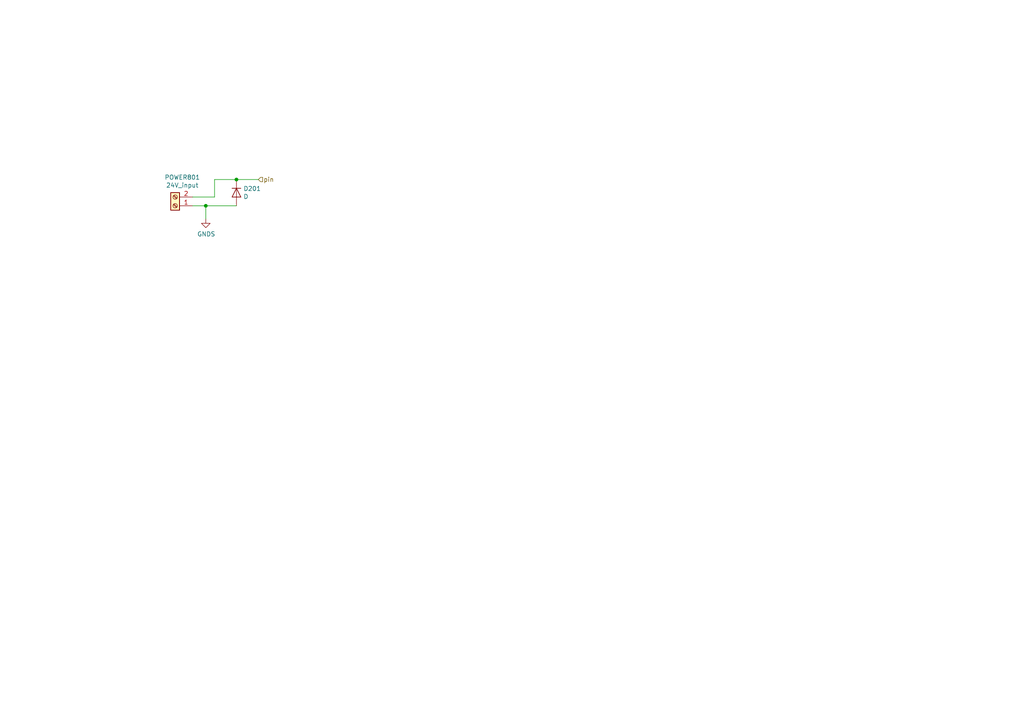
<source format=kicad_sch>
(kicad_sch (version 20210621) (generator eeschema)
  (paper "A4")
  (lib_symbols
    (symbol "Connector:Screw_Terminal_01x02" (pin_names (offset 1.016) hide)
      (property "Reference" "J" (at 0 2.54 0))
      (property "Value" "Screw_Terminal_01x02" (at 0 -5.08 0))
      (symbol "Screw_Terminal_01x02_1_1"
        (rectangle (start -1.27 1.27) (end 1.27 -3.81) (stroke (width 0.254)) (fill (type background)))
        (circle (center 0 -2.54) (radius 0.635) (stroke (width 0.1524)) (stroke (width 0.1524)))
        (polyline (pts (xy -0.5334 -2.2098) (xy 0.3302 -3.048)) (stroke (width 0.1524)))
        (polyline (pts (xy -0.5334 0.3302) (xy 0.3302 -0.508)) (stroke (width 0.1524)))
        (polyline (pts (xy -0.3556 -2.032) (xy 0.508 -2.8702)) (stroke (width 0.1524)))
        (polyline (pts (xy -0.3556 0.508) (xy 0.508 -0.3302)) (stroke (width 0.1524)))
        (circle (center 0 0) (radius 0.635) (stroke (width 0.1524)) (stroke (width 0.1524)))
        (pin passive line (at -5.08 0 0) (length 3.81) (name "Pin_1") (number "1"))
        (pin passive line (at -5.08 -2.54 0) (length 3.81) (name "Pin_2") (number "2"))
      )
    )
    (symbol "Device:D" (pin_numbers hide) (pin_names (offset 1.016) hide)
      (property "Reference" "D" (at 0 2.54 0))
      (property "Value" "D" (at 0 -2.54 0))
      (symbol "D_0_1"
        (polyline (pts (xy -1.27 1.27) (xy -1.27 -1.27)) (stroke (width 0.2032)))
        (polyline (pts (xy 1.27 0) (xy -1.27 0)))
        (polyline (pts (xy 1.27 1.27) (xy 1.27 -1.27) (xy -1.27 0) (xy 1.27 1.27)) (stroke (width 0.2032)))
      )
      (symbol "D_1_1"
        (pin passive line (at -3.81 0 0) (length 2.54) (name "K") (number "1"))
        (pin passive line (at 3.81 0 180) (length 2.54) (name "A") (number "2"))
      )
    )
    (symbol "power:GNDS" (power) (pin_names (offset 0))
      (property "Value" "GNDS" (at 0 -3.81 0))
      (symbol "GNDS_0_1"
        (polyline (pts (xy 0 0) (xy 0 -1.27) (xy 1.27 -1.27) (xy 0 -2.54) (xy -1.27 -1.27) (xy 0 -1.27)))
      )
      (symbol "GNDS_1_1"
        (pin power_in line (at 0 0 270) (length 0) hide (name "GNDS") (number "1"))
      )
    )
  )
  (junction (at 59.69 59.69))
  (junction (at 68.58 52.07))
  (wire (pts (xy 55.88 57.15) (xy 62.23 57.15)))
  (wire (pts (xy 55.88 59.69) (xy 59.69 59.69)))
  (wire (pts (xy 59.69 59.69) (xy 59.69 63.5)))
  (wire (pts (xy 59.69 59.69) (xy 68.58 59.69)))
  (wire (pts (xy 62.23 52.07) (xy 68.58 52.07)))
  (wire (pts (xy 62.23 57.15) (xy 62.23 52.07)))
  (wire (pts (xy 68.58 52.07) (xy 74.93 52.07)))
  (hierarchical_label "pin" (shape input) (at 74.93 52.07 0))
  (symbol (lib_id "power:GNDS") (at 59.69 63.5 0)
    (property "Reference" "#PWR0110" (effects hide))
    (property "Value" "GNDS" (at 59.817 67.8942 0))
  )
  (symbol (lib_id "Device:D") (at 68.58 55.88 270)
    (property "Reference" "D201" (at 70.5866 54.7116 90) (effects (justify left)))
    (property "Value" "D" (at 70.5866 57.023 90) (effects (justify left)))
    (property "Footprint" "Diode_THT:D_DO-15_P10.16mm_Horizontal" (effects hide))
    (property "MFGR" "Littelfuse" (effects hide))
    (property "MPN" "SA5.0A" (effects hide))
  )
  (symbol (lib_id "Connector:Screw_Terminal_01x02") (at 50.8 59.69 180)
    (property "Reference" "POWER801" (at 52.8828 51.435 0))
    (property "Value" "24V_input" (at 52.8828 53.7464 0))
    (property "Footprint" "TerminalBlock_Phoenix:TerminalBlock_Phoenix_MKDS-1,5-2-5.08_1x02_P5.08mm_Horizontal" (effects hide))
    (property "MFGR" "Phoenix" (effects hide))
    (property "MPN" "1729128" (effects hide))
  )
)
</source>
